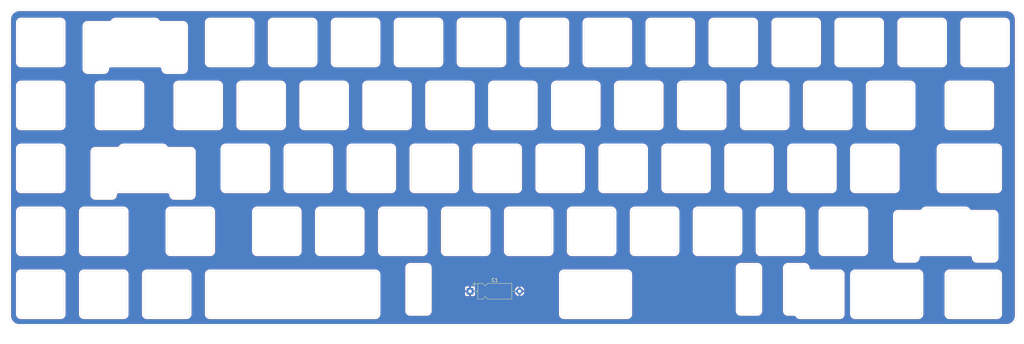
<source format=kicad_pcb>
(kicad_pcb (version 20171130) (host pcbnew "(5.1.5-0-10_14)")
  (layers (0 F.Cu signal) (31 B.Cu signal) (34 B.Paste user) (35 F.Paste user) (36 B.SilkS user) (37 F.SilkS user) (38 B.Mask user) (39 F.Mask user) (44 Edge.Cuts user))
  (net 0 "")
  (net 1 GND)
  (module Capacitor_THT:CP_Axial_L10.0mm_D4.5mm_P15.00mm_Horizontal (layer F.Cu) (at 284.48 255.778)
    (fp_text reference C1 (at 7.5 -3.37) (layer F.SilkS))
    (fp_text value C)
    (pad 2 thru_hole oval (at 15 0) (size 2 2) (drill 1) (layers *.Cu *.Mask) (net 1 GND))
    (pad 1 thru_hole rect (at 0 0) (size 2 2) (drill 1) (layers *.Cu *.Mask) (net 1 GND))
  )
  (gr_line (start 379.69 248.698) (end 379.69 261.698) (angle 90) (layer Edge.Cuts) (width 0.05))
  (gr_line (start 385.69 247.698) (end 380.69 247.698) (angle 90) (layer Edge.Cuts) (width 0.05))
  (gr_line (start 396.334 249.698) (end 387.69 249.698) (angle 90) (layer Edge.Cuts) (width 0.05))
  (gr_line (start 397.334 262.698) (end 397.334 250.698) (angle 90) (layer Edge.Cuts) (width 0.05))
  (gr_line (start 384.334 263.698) (end 396.334 263.698) (angle 90) (layer Edge.Cuts) (width 0.05))
  (gr_line (start 380.69 262.698) (end 382.602 262.698) (angle 90) (layer Edge.Cuts) (width 0.05))
  (gr_line (start 246.315 192.548) (end 234.315 192.548) (angle 90) (layer Edge.Cuts) (width 0.05))
  (gr_line (start 247.315 205.548) (end 247.315 193.548) (angle 90) (layer Edge.Cuts) (width 0.05))
  (gr_line (start 234.315 206.548) (end 246.315 206.548) (angle 90) (layer Edge.Cuts) (width 0.05))
  (gr_line (start 233.315 193.548) (end 233.315 205.548) (angle 90) (layer Edge.Cuts) (width 0.05))
  (gr_line (start 356.853 224.598) (end 356.853 212.598) (angle 90) (layer Edge.Cuts) (width 0.05))
  (gr_line (start 343.853 225.598) (end 355.852 225.598) (angle 90) (layer Edge.Cuts) (width 0.05))
  (gr_line (start 342.853 212.598) (end 342.853 224.598) (angle 90) (layer Edge.Cuts) (width 0.05))
  (gr_line (start 355.853 211.598) (end 343.853 211.598) (angle 90) (layer Edge.Cuts) (width 0.05))
  (gr_line (start 147.59 250.698) (end 147.59 262.698) (angle 90) (layer Edge.Cuts) (width 0.05))
  (gr_line (start 160.59 249.698) (end 148.59 249.698) (angle 90) (layer Edge.Cuts) (width 0.05))
  (gr_line (start 161.59 262.698) (end 161.59 250.698) (angle 90) (layer Edge.Cuts) (width 0.05))
  (gr_line (start 148.59 263.698) (end 160.59 263.698) (angle 90) (layer Edge.Cuts) (width 0.05))
  (gr_line (start 324.803 225.598) (end 336.803 225.598) (angle 90) (layer Edge.Cuts) (width 0.05))
  (gr_line (start 323.803 212.598) (end 323.803 224.598) (angle 90) (layer Edge.Cuts) (width 0.05))
  (gr_line (start 336.803 211.598) (end 324.803 211.598) (angle 90) (layer Edge.Cuts) (width 0.05))
  (gr_line (start 337.803 224.598) (end 337.803 212.598) (angle 90) (layer Edge.Cuts) (width 0.05))
  (gr_line (start 380.665 205.548) (end 380.665 193.548) (angle 90) (layer Edge.Cuts) (width 0.05))
  (gr_line (start 367.665 206.548) (end 379.665 206.548) (angle 90) (layer Edge.Cuts) (width 0.05))
  (gr_line (start 366.665 193.548) (end 366.665 205.548) (angle 90) (layer Edge.Cuts) (width 0.05))
  (gr_line (start 379.665 192.548) (end 367.665 192.548) (angle 90) (layer Edge.Cuts) (width 0.05))
  (gr_line (start 248.602 225.598) (end 260.603 225.598) (angle 90) (layer Edge.Cuts) (width 0.05))
  (gr_line (start 247.602 212.598) (end 247.602 224.598) (angle 90) (layer Edge.Cuts) (width 0.05))
  (gr_line (start 260.603 211.598) (end 248.602 211.598) (angle 90) (layer Edge.Cuts) (width 0.05))
  (gr_line (start 319.04 174.498) (end 319.04 186.498) (angle 90) (layer Edge.Cuts) (width 0.05))
  (gr_line (start 332.04 173.498) (end 320.04 173.498) (angle 90) (layer Edge.Cuts) (width 0.05))
  (gr_line (start 333.04 186.498) (end 333.04 174.498) (angle 90) (layer Edge.Cuts) (width 0.05))
  (gr_line (start 320.04 187.498) (end 332.04 187.498) (angle 90) (layer Edge.Cuts) (width 0.05))
  (gr_line (start 434.34 187.498) (end 446.34 187.498) (angle 90) (layer Edge.Cuts) (width 0.05))
  (gr_line (start 415.29 187.498) (end 427.29 187.498) (angle 90) (layer Edge.Cuts) (width 0.05))
  (gr_line (start 414.29 174.498) (end 414.29 186.498) (angle 90) (layer Edge.Cuts) (width 0.05))
  (gr_line (start 427.29 173.498) (end 415.29 173.498) (angle 90) (layer Edge.Cuts) (width 0.05))
  (gr_line (start 366.396 262.698) (end 371.396 262.698) (angle 90) (layer Edge.Cuts) (width 0.05))
  (gr_line (start 365.396 248.698) (end 365.396 261.698) (angle 90) (layer Edge.Cuts) (width 0.05))
  (gr_line (start 371.396 247.698) (end 366.396 247.698) (angle 90) (layer Edge.Cuts) (width 0.05))
  (gr_line (start 372.396 261.698) (end 372.396 248.698) (angle 90) (layer Edge.Cuts) (width 0.05))
  (gr_line (start 348.615 206.548) (end 360.615 206.548) (angle 90) (layer Edge.Cuts) (width 0.05))
  (gr_line (start 347.615 193.548) (end 347.615 205.548) (angle 90) (layer Edge.Cuts) (width 0.05))
  (gr_line (start 360.615 192.548) (end 348.615 192.548) (angle 90) (layer Edge.Cuts) (width 0.05))
  (gr_line (start 361.615 205.548) (end 361.615 193.548) (angle 90) (layer Edge.Cuts) (width 0.05))
  (gr_line (start 366.377 243.648) (end 366.377 231.648) (angle 90) (layer Edge.Cuts) (width 0.05))
  (gr_line (start 353.378 244.648) (end 365.377 244.648) (angle 90) (layer Edge.Cuts) (width 0.05))
  (gr_line (start 352.377 231.648) (end 352.378 243.648) (angle 90) (layer Edge.Cuts) (width 0.05))
  (gr_line (start 443.959 211.598) (end 427.196 211.598) (angle 90) (layer Edge.Cuts) (width 0.05))
  (gr_line (start 444.959 224.598) (end 444.959 212.598) (angle 90) (layer Edge.Cuts) (width 0.05))
  (gr_line (start 427.196 225.598) (end 443.959 225.598) (angle 90) (layer Edge.Cuts) (width 0.05))
  (gr_line (start 313.99 186.498) (end 313.99 174.498) (angle 90) (layer Edge.Cuts) (width 0.05))
  (gr_line (start 300.99 187.498) (end 312.99 187.498) (angle 90) (layer Edge.Cuts) (width 0.05))
  (gr_line (start 299.99 174.498) (end 299.99 186.498) (angle 90) (layer Edge.Cuts) (width 0.05))
  (gr_line (start 312.99 173.498) (end 300.99 173.498) (angle 90) (layer Edge.Cuts) (width 0.05))
  (gr_line (start 237.79 186.498) (end 237.79 174.498) (angle 90) (layer Edge.Cuts) (width 0.05))
  (gr_line (start 224.79 187.498) (end 236.79 187.498) (angle 90) (layer Edge.Cuts) (width 0.05))
  (gr_line (start 223.79 174.498) (end 223.79 186.498) (angle 90) (layer Edge.Cuts) (width 0.05))
  (gr_line (start 236.79 173.498) (end 224.79 173.498) (angle 90) (layer Edge.Cuts) (width 0.05))
  (gr_line (start 192.834 231.648) (end 192.834 243.648) (angle 90) (layer Edge.Cuts) (width 0.05))
  (gr_line (start 205.834 230.648) (end 193.834 230.648) (angle 90) (layer Edge.Cuts) (width 0.05))
  (gr_line (start 206.834 243.648) (end 206.834 231.648) (angle 90) (layer Edge.Cuts) (width 0.05))
  (gr_line (start 193.834 244.648) (end 205.834 244.648) (angle 90) (layer Edge.Cuts) (width 0.05))
  (gr_line (start 271.39 247.698) (end 266.39 247.698) (angle 90) (layer Edge.Cuts) (width 0.05))
  (gr_line (start 272.39 261.698) (end 272.39 248.698) (angle 90) (layer Edge.Cuts) (width 0.05))
  (gr_line (start 342.565 205.548) (end 342.565 193.548) (angle 90) (layer Edge.Cuts) (width 0.05))
  (gr_line (start 148.59 187.498) (end 160.59 187.498) (angle 90) (layer Edge.Cuts) (width 0.05))
  (gr_line (start 148.59 206.548) (end 160.59 206.548) (angle 90) (layer Edge.Cuts) (width 0.05))
  (gr_line (start 147.59 193.548) (end 147.59 205.548) (angle 90) (layer Edge.Cuts) (width 0.05))
  (gr_line (start 160.59 192.548) (end 148.59 192.548) (angle 90) (layer Edge.Cuts) (width 0.05))
  (gr_line (start 185.403 205.548) (end 185.403 193.548) (angle 90) (layer Edge.Cuts) (width 0.05))
  (gr_line (start 172.403 206.548) (end 184.403 206.548) (angle 90) (layer Edge.Cuts) (width 0.05))
  (gr_line (start 171.403 193.548) (end 171.403 205.548) (angle 90) (layer Edge.Cuts) (width 0.05))
  (gr_line (start 184.403 192.548) (end 172.403 192.548) (angle 90) (layer Edge.Cuts) (width 0.05))
  (gr_line (start 404.478 243.648) (end 404.478 231.648) (angle 90) (layer Edge.Cuts) (width 0.05))
  (gr_line (start 391.478 244.648) (end 403.478 244.648) (angle 90) (layer Edge.Cuts) (width 0.05))
  (gr_line (start 390.478 231.648) (end 390.478 243.648) (angle 90) (layer Edge.Cuts) (width 0.05))
  (gr_line (start 403.478 230.648) (end 391.478 230.648) (angle 90) (layer Edge.Cuts) (width 0.05))
  (gr_line (start 209.502 212.598) (end 209.502 224.598) (angle 90) (layer Edge.Cuts) (width 0.05))
  (gr_line (start 381.952 225.598) (end 393.952 225.598) (angle 90) (layer Edge.Cuts) (width 0.05))
  (gr_line (start 380.952 212.598) (end 380.952 224.598) (angle 90) (layer Edge.Cuts) (width 0.05))
  (gr_line (start 393.952 211.598) (end 381.952 211.598) (angle 90) (layer Edge.Cuts) (width 0.05))
  (gr_line (start 394.952 224.598) (end 394.952 212.598) (angle 90) (layer Edge.Cuts) (width 0.05))
  (gr_line (start 290.465 193.548) (end 290.465 205.548) (angle 90) (layer Edge.Cuts) (width 0.05))
  (gr_line (start 303.465 192.548) (end 291.465 192.548) (angle 90) (layer Edge.Cuts) (width 0.05))
  (gr_line (start 304.465 205.548) (end 304.465 193.548) (angle 90) (layer Edge.Cuts) (width 0.05))
  (gr_line (start 291.465 206.548) (end 303.465 206.548) (angle 90) (layer Edge.Cuts) (width 0.05))
  (gr_line (start 228.553 212.598) (end 228.553 224.598) (angle 90) (layer Edge.Cuts) (width 0.05))
  (gr_line (start 241.553 211.598) (end 229.553 211.598) (angle 90) (layer Edge.Cuts) (width 0.05))
  (gr_line (start 242.553 224.598) (end 242.552 212.598) (angle 90) (layer Edge.Cuts) (width 0.05))
  (gr_line (start 229.553 225.598) (end 241.553 225.598) (angle 90) (layer Edge.Cuts) (width 0.05))
  (gr_line (start 399.715 205.548) (end 399.715 193.548) (angle 90) (layer Edge.Cuts) (width 0.05))
  (gr_line (start 386.715 206.548) (end 398.715 206.548) (angle 90) (layer Edge.Cuts) (width 0.05))
  (gr_line (start 385.715 193.548) (end 385.715 205.548) (angle 90) (layer Edge.Cuts) (width 0.05))
  (gr_line (start 198.69 249.698) (end 186.69 249.698) (angle 90) (layer Edge.Cuts) (width 0.05))
  (gr_line (start 199.69 262.698) (end 199.69 250.698) (angle 90) (layer Edge.Cuts) (width 0.05))
  (gr_line (start 186.69 263.698) (end 198.69 263.698) (angle 90) (layer Edge.Cuts) (width 0.05))
  (gr_line (start 352.09 186.498) (end 352.09 174.498) (angle 90) (layer Edge.Cuts) (width 0.05))
  (gr_line (start 339.09 187.498) (end 351.09 187.498) (angle 90) (layer Edge.Cuts) (width 0.05))
  (gr_line (start 338.09 174.498) (end 338.09 186.498) (angle 90) (layer Edge.Cuts) (width 0.05))
  (gr_line (start 266.365 205.548) (end 266.365 193.548) (angle 90) (layer Edge.Cuts) (width 0.05))
  (gr_line (start 253.365 206.548) (end 265.365 206.548) (angle 90) (layer Edge.Cuts) (width 0.05))
  (gr_line (start 252.365 193.548) (end 252.365 205.548) (angle 90) (layer Edge.Cuts) (width 0.05))
  (gr_line (start 148.59 244.648) (end 160.59 244.648) (angle 90) (layer Edge.Cuts) (width 0.05))
  (gr_line (start 147.59 231.648) (end 147.59 243.648) (angle 90) (layer Edge.Cuts) (width 0.05))
  (gr_line (start 285.415 205.548) (end 285.415 193.548) (angle 90) (layer Edge.Cuts) (width 0.05))
  (gr_line (start 272.415 206.548) (end 284.415 206.548) (angle 90) (layer Edge.Cuts) (width 0.05))
  (gr_line (start 219.028 231.648) (end 219.028 243.648) (angle 90) (layer Edge.Cuts) (width 0.05))
  (gr_line (start 444.959 262.698) (end 444.959 250.698) (angle 90) (layer Edge.Cuts) (width 0.05))
  (gr_line (start 429.577 263.698) (end 443.959 263.698) (angle 90) (layer Edge.Cuts) (width 0.05))
  (gr_line (start 428.577 250.698) (end 428.577 262.698) (angle 90) (layer Edge.Cuts) (width 0.05))
  (gr_line (start 266.653 212.598) (end 266.653 224.598) (angle 90) (layer Edge.Cuts) (width 0.05))
  (gr_line (start 279.653 211.598) (end 267.653 211.598) (angle 90) (layer Edge.Cuts) (width 0.05))
  (gr_line (start 280.653 224.598) (end 280.653 212.598) (angle 90) (layer Edge.Cuts) (width 0.05))
  (gr_line (start 267.653 225.598) (end 279.653 225.598) (angle 90) (layer Edge.Cuts) (width 0.05))
  (gr_line (start 161.59 224.598) (end 161.59 212.598) (angle 90) (layer Edge.Cuts) (width 0.05))
  (gr_line (start 148.59 225.598) (end 160.59 225.598) (angle 90) (layer Edge.Cuts) (width 0.05))
  (gr_line (start 147.59 212.598) (end 147.59 224.598) (angle 90) (layer Edge.Cuts) (width 0.05))
  (gr_line (start 413.996 246.648) (end 418.996 246.648) (angle 90) (layer Edge.Cuts) (width 0.05))
  (gr_line (start 412.996 232.648) (end 412.996 245.648) (angle 90) (layer Edge.Cuts) (width 0.05))
  (gr_line (start 420.702 231.648) (end 413.996 231.648) (angle 90) (layer Edge.Cuts) (width 0.05))
  (gr_line (start 434.434 230.648) (end 422.434 230.648) (angle 90) (layer Edge.Cuts) (width 0.05))
  (gr_line (start 442.872 231.648) (end 436.166 231.648) (angle 90) (layer Edge.Cuts) (width 0.05))
  (gr_line (start 443.872 245.648) (end 443.872 232.648) (angle 90) (layer Edge.Cuts) (width 0.05))
  (gr_line (start 437.872 246.648) (end 442.872 246.648) (angle 90) (layer Edge.Cuts) (width 0.05))
  (gr_line (start 167.64 263.698) (end 179.64 263.698) (angle 90) (layer Edge.Cuts) (width 0.05))
  (gr_line (start 166.64 250.698) (end 166.64 262.698) (angle 90) (layer Edge.Cuts) (width 0.05))
  (gr_line (start 417.765 192.548) (end 405.765 192.548) (angle 90) (layer Edge.Cuts) (width 0.05))
  (gr_line (start 442.577 205.548) (end 442.577 193.548) (angle 90) (layer Edge.Cuts) (width 0.05))
  (gr_line (start 429.577 206.548) (end 441.577 206.548) (angle 90) (layer Edge.Cuts) (width 0.05))
  (gr_line (start 265.365 192.548) (end 253.365 192.548) (angle 90) (layer Edge.Cuts) (width 0.05))
  (gr_line (start 310.515 206.548) (end 322.515 206.548) (angle 90) (layer Edge.Cuts) (width 0.05))
  (gr_line (start 309.515 193.548) (end 309.515 205.548) (angle 90) (layer Edge.Cuts) (width 0.05))
  (gr_line (start 322.515 192.548) (end 310.515 192.548) (angle 90) (layer Edge.Cuts) (width 0.05))
  (gr_line (start 323.515 205.548) (end 323.515 193.548) (angle 90) (layer Edge.Cuts) (width 0.05))
  (gr_line (start 329.565 206.548) (end 341.565 206.548) (angle 90) (layer Edge.Cuts) (width 0.05))
  (gr_line (start 328.565 193.548) (end 328.565 205.548) (angle 90) (layer Edge.Cuts) (width 0.05))
  (gr_line (start 341.565 192.548) (end 329.565 192.548) (angle 90) (layer Edge.Cuts) (width 0.05))
  (gr_line (start 271.415 193.548) (end 271.415 205.548) (angle 90) (layer Edge.Cuts) (width 0.05))
  (gr_line (start 284.415 192.548) (end 272.415 192.548) (angle 90) (layer Edge.Cuts) (width 0.05))
  (gr_line (start 428.577 193.548) (end 428.577 205.548) (angle 90) (layer Edge.Cuts) (width 0.05))
  (gr_line (start 441.577 192.548) (end 429.577 192.548) (angle 90) (layer Edge.Cuts) (width 0.05))
  (gr_line (start 362.902 225.598) (end 374.902 225.598) (angle 90) (layer Edge.Cuts) (width 0.05))
  (gr_line (start 167.727 175.498) (end 167.727 188.498) (angle 90) (layer Edge.Cuts) (width 0.05))
  (gr_line (start 175.433 174.498) (end 168.727 174.498) (angle 90) (layer Edge.Cuts) (width 0.05))
  (gr_line (start 179.64 230.648) (end 167.64 230.648) (angle 90) (layer Edge.Cuts) (width 0.05))
  (gr_line (start 180.64 243.648) (end 180.64 231.648) (angle 90) (layer Edge.Cuts) (width 0.05))
  (gr_line (start 167.64 244.648) (end 179.64 244.648) (angle 90) (layer Edge.Cuts) (width 0.05))
  (gr_line (start 160.59 211.598) (end 148.59 211.598) (angle 90) (layer Edge.Cuts) (width 0.05))
  (gr_line (start 228.265 205.548) (end 228.265 193.548) (angle 90) (layer Edge.Cuts) (width 0.05))
  (gr_line (start 215.265 206.548) (end 227.265 206.548) (angle 90) (layer Edge.Cuts) (width 0.05))
  (gr_line (start 214.265 193.548) (end 214.265 205.548) (angle 90) (layer Edge.Cuts) (width 0.05))
  (gr_line (start 227.265 192.548) (end 215.265 192.548) (angle 90) (layer Edge.Cuts) (width 0.05))
  (gr_line (start 389.19 173.498) (end 377.19 173.498) (angle 90) (layer Edge.Cuts) (width 0.05))
  (gr_line (start 390.19 186.498) (end 390.19 174.498) (angle 90) (layer Edge.Cuts) (width 0.05))
  (gr_line (start 377.19 187.498) (end 389.19 187.498) (angle 90) (layer Edge.Cuts) (width 0.05))
  (gr_line (start 376.19 174.498) (end 376.19 186.498) (angle 90) (layer Edge.Cuts) (width 0.05))
  (gr_line (start 365.377 230.648) (end 353.377 230.648) (angle 90) (layer Edge.Cuts) (width 0.05))
  (gr_line (start 232.028 230.648) (end 220.028 230.648) (angle 90) (layer Edge.Cuts) (width 0.05))
  (gr_line (start 233.028 243.648) (end 233.028 231.648) (angle 90) (layer Edge.Cuts) (width 0.05))
  (gr_line (start 220.028 244.648) (end 232.028 244.648) (angle 90) (layer Edge.Cuts) (width 0.05))
  (gr_line (start 255.84 249.698) (end 205.74 249.698) (angle 90) (layer Edge.Cuts) (width 0.05))
  (gr_line (start 256.84 262.698) (end 256.84 250.698) (angle 90) (layer Edge.Cuts) (width 0.05))
  (gr_line (start 205.74 263.698) (end 255.84 263.698) (angle 90) (layer Edge.Cuts) (width 0.05))
  (gr_line (start 204.74 250.698) (end 204.74 262.698) (angle 90) (layer Edge.Cuts) (width 0.05))
  (gr_line (start 161.59 205.548) (end 161.59 193.548) (angle 90) (layer Edge.Cuts) (width 0.05))
  (gr_line (start 398.715 192.548) (end 386.715 192.548) (angle 90) (layer Edge.Cuts) (width 0.05))
  (gr_line (start 385.428 243.648) (end 385.428 231.648) (angle 90) (layer Edge.Cuts) (width 0.05))
  (gr_line (start 372.428 244.648) (end 384.428 244.648) (angle 90) (layer Edge.Cuts) (width 0.05))
  (gr_line (start 371.428 231.648) (end 371.428 243.648) (angle 90) (layer Edge.Cuts) (width 0.05))
  (gr_line (start 179.64 249.698) (end 167.64 249.698) (angle 90) (layer Edge.Cuts) (width 0.05))
  (gr_line (start 180.64 262.698) (end 180.64 250.698) (angle 90) (layer Edge.Cuts) (width 0.05))
  (gr_line (start 347.327 243.648) (end 347.327 231.648) (angle 90) (layer Edge.Cuts) (width 0.05))
  (gr_line (start 334.327 244.648) (end 346.327 244.648) (angle 90) (layer Edge.Cuts) (width 0.05))
  (gr_line (start 333.327 231.648) (end 333.327 243.648) (angle 90) (layer Edge.Cuts) (width 0.05))
  (gr_line (start 262.89 187.498) (end 274.89 187.498) (angle 90) (layer Edge.Cuts) (width 0.05))
  (gr_line (start 261.89 174.498) (end 261.89 186.498) (angle 90) (layer Edge.Cuts) (width 0.05))
  (gr_line (start 274.89 173.498) (end 262.89 173.498) (angle 90) (layer Edge.Cuts) (width 0.05))
  (gr_line (start 275.89 186.498) (end 275.89 174.498) (angle 90) (layer Edge.Cuts) (width 0.05))
  (gr_line (start 314.277 231.648) (end 314.277 243.648) (angle 90) (layer Edge.Cuts) (width 0.05))
  (gr_line (start 327.277 230.648) (end 315.277 230.648) (angle 90) (layer Edge.Cuts) (width 0.05))
  (gr_line (start 328.277 243.648) (end 328.277 231.648) (angle 90) (layer Edge.Cuts) (width 0.05))
  (gr_line (start 315.277 244.648) (end 327.277 244.648) (angle 90) (layer Edge.Cuts) (width 0.05))
  (gr_line (start 277.178 244.648) (end 289.178 244.648) (angle 90) (layer Edge.Cuts) (width 0.05))
  (gr_line (start 276.178 231.648) (end 276.178 243.648) (angle 90) (layer Edge.Cuts) (width 0.05))
  (gr_line (start 289.178 230.648) (end 277.178 230.648) (angle 90) (layer Edge.Cuts) (width 0.05))
  (gr_line (start 290.178 243.648) (end 290.178 231.648) (angle 90) (layer Edge.Cuts) (width 0.05))
  (gr_line (start 270.128 230.648) (end 258.127 230.648) (angle 90) (layer Edge.Cuts) (width 0.05))
  (gr_line (start 271.127 243.648) (end 271.128 231.648) (angle 90) (layer Edge.Cuts) (width 0.05))
  (gr_line (start 258.127 244.648) (end 270.127 244.648) (angle 90) (layer Edge.Cuts) (width 0.05))
  (gr_line (start 257.127 231.648) (end 257.127 243.648) (angle 90) (layer Edge.Cuts) (width 0.05))
  (gr_line (start 295.228 231.648) (end 295.228 243.648) (angle 90) (layer Edge.Cuts) (width 0.05))
  (gr_line (start 308.227 230.648) (end 296.228 230.648) (angle 90) (layer Edge.Cuts) (width 0.05))
  (gr_line (start 309.228 243.648) (end 309.228 231.648) (angle 90) (layer Edge.Cuts) (width 0.05))
  (gr_line (start 346.327 230.648) (end 334.327 230.648) (angle 90) (layer Edge.Cuts) (width 0.05))
  (gr_line (start 420.996 244.648) (end 435.872 244.648) (angle 90) (layer Edge.Cuts) (width 0.05))
  (gr_line (start 243.84 187.498) (end 255.84 187.498) (angle 90) (layer Edge.Cuts) (width 0.05))
  (gr_line (start 242.84 174.498) (end 242.84 186.498) (angle 90) (layer Edge.Cuts) (width 0.05))
  (gr_line (start 255.84 173.498) (end 243.84 173.498) (angle 90) (layer Edge.Cuts) (width 0.05))
  (gr_line (start 195.215 193.548) (end 195.215 205.548) (angle 90) (layer Edge.Cuts) (width 0.05))
  (gr_line (start 208.215 192.548) (end 196.215 192.548) (angle 90) (layer Edge.Cuts) (width 0.05))
  (gr_line (start 209.215 205.548) (end 209.215 193.548) (angle 90) (layer Edge.Cuts) (width 0.05))
  (gr_line (start 196.215 206.548) (end 208.215 206.548) (angle 90) (layer Edge.Cuts) (width 0.05))
  (gr_line (start 351.09 173.498) (end 339.09 173.498) (angle 90) (layer Edge.Cuts) (width 0.05))
  (gr_line (start 205.74 187.498) (end 217.74 187.498) (angle 90) (layer Edge.Cuts) (width 0.05))
  (gr_line (start 204.74 174.498) (end 204.74 186.498) (angle 90) (layer Edge.Cuts) (width 0.05))
  (gr_line (start 361.902 212.598) (end 361.902 224.598) (angle 90) (layer Edge.Cuts) (width 0.05))
  (gr_line (start 374.902 211.598) (end 362.902 211.598) (angle 90) (layer Edge.Cuts) (width 0.05))
  (gr_line (start 375.902 224.598) (end 375.902 212.598) (angle 90) (layer Edge.Cuts) (width 0.05))
  (gr_line (start 238.077 231.648) (end 238.077 243.648) (angle 90) (layer Edge.Cuts) (width 0.05))
  (gr_line (start 251.077 230.648) (end 239.077 230.648) (angle 90) (layer Edge.Cuts) (width 0.05))
  (gr_line (start 252.077 243.648) (end 252.077 231.648) (angle 90) (layer Edge.Cuts) (width 0.05))
  (gr_line (start 239.077 244.648) (end 251.077 244.648) (angle 90) (layer Edge.Cuts) (width 0.05))
  (gr_line (start 189.165 173.498) (end 177.165 173.498) (angle 90) (layer Edge.Cuts) (width 0.05))
  (gr_line (start 197.603 174.498) (end 190.897 174.498) (angle 90) (layer Edge.Cuts) (width 0.05))
  (gr_line (start 198.603 188.498) (end 198.603 175.498) (angle 90) (layer Edge.Cuts) (width 0.05))
  (gr_line (start 161.59 243.648) (end 161.59 231.648) (angle 90) (layer Edge.Cuts) (width 0.05))
  (gr_line (start 304.752 212.598) (end 304.752 224.598) (angle 90) (layer Edge.Cuts) (width 0.05))
  (gr_line (start 317.752 211.598) (end 305.752 211.598) (angle 90) (layer Edge.Cuts) (width 0.05))
  (gr_line (start 318.752 224.598) (end 318.752 212.598) (angle 90) (layer Edge.Cuts) (width 0.05))
  (gr_line (start 305.752 225.598) (end 317.752 225.598) (angle 90) (layer Edge.Cuts) (width 0.05))
  (gr_line (start 285.702 212.598) (end 285.702 224.598) (angle 90) (layer Edge.Cuts) (width 0.05))
  (gr_line (start 298.702 211.598) (end 286.702 211.598) (angle 90) (layer Edge.Cuts) (width 0.05))
  (gr_line (start 420.146 249.698) (end 401.002 249.698) (angle 90) (layer Edge.Cuts) (width 0.05))
  (gr_line (start 421.146 262.698) (end 421.146 250.698) (angle 90) (layer Edge.Cuts) (width 0.05))
  (gr_line (start 401.002 263.698) (end 420.146 263.698) (angle 90) (layer Edge.Cuts) (width 0.05))
  (gr_line (start 400.002 250.698) (end 400.002 262.698) (angle 90) (layer Edge.Cuts) (width 0.05))
  (gr_line (start 191.546 211.598) (end 179.546 211.598) (angle 90) (layer Edge.Cuts) (width 0.05))
  (gr_line (start 199.984 212.598) (end 193.278 212.598) (angle 90) (layer Edge.Cuts) (width 0.05))
  (gr_line (start 357.14 174.498) (end 357.14 186.498) (angle 90) (layer Edge.Cuts) (width 0.05))
  (gr_line (start 370.14 173.498) (end 358.14 173.498) (angle 90) (layer Edge.Cuts) (width 0.05))
  (gr_line (start 371.14 186.498) (end 371.14 174.498) (angle 90) (layer Edge.Cuts) (width 0.05))
  (gr_line (start 358.14 187.498) (end 370.14 187.498) (angle 90) (layer Edge.Cuts) (width 0.05))
  (gr_line (start 408.24 173.498) (end 396.24 173.498) (angle 90) (layer Edge.Cuts) (width 0.05))
  (gr_line (start 333.04 262.698) (end 333.04 250.698) (angle 90) (layer Edge.Cuts) (width 0.05))
  (gr_line (start 312.896 263.698) (end 332.04 263.698) (angle 90) (layer Edge.Cuts) (width 0.05))
  (gr_line (start 311.896 250.698) (end 311.896 262.698) (angle 90) (layer Edge.Cuts) (width 0.05))
  (gr_line (start 332.04 249.698) (end 312.896 249.698) (angle 90) (layer Edge.Cuts) (width 0.05))
  (gr_line (start 296.228 244.648) (end 308.228 244.648) (angle 90) (layer Edge.Cuts) (width 0.05))
  (gr_line (start 166.64 231.648) (end 166.64 243.648) (angle 90) (layer Edge.Cuts) (width 0.05))
  (gr_line (start 217.74 173.498) (end 205.74 173.498) (angle 90) (layer Edge.Cuts) (width 0.05))
  (gr_line (start 218.74 186.498) (end 218.74 174.498) (angle 90) (layer Edge.Cuts) (width 0.05))
  (gr_line (start 145.065 173.498) (end 145.065 263.223) (angle 90) (layer Edge.Cuts) (width 0.05))
  (gr_line (start 446.865 266.223) (end 148.065 266.223) (angle 90) (layer Edge.Cuts) (width 0.05))
  (gr_line (start 449.865 173.498) (end 449.865 263.223) (angle 90) (layer Edge.Cuts) (width 0.05))
  (gr_line (start 148.065 170.498) (end 446.865 170.498) (angle 90) (layer Edge.Cuts) (width 0.05))
  (gr_line (start 200.984 226.598) (end 200.984 213.598) (angle 90) (layer Edge.Cuts) (width 0.05))
  (gr_line (start 194.984 227.598) (end 199.984 227.598) (angle 90) (layer Edge.Cuts) (width 0.05))
  (gr_line (start 178.108 225.598) (end 192.984 225.598) (angle 90) (layer Edge.Cuts) (width 0.05))
  (gr_line (start 171.108 227.598) (end 176.108 227.598) (angle 90) (layer Edge.Cuts) (width 0.05))
  (gr_line (start 170.108 213.598) (end 170.108 226.598) (angle 90) (layer Edge.Cuts) (width 0.05))
  (gr_line (start 177.814 212.598) (end 171.108 212.598) (angle 90) (layer Edge.Cuts) (width 0.05))
  (gr_line (start 161.59 186.498) (end 161.59 174.498) (angle 90) (layer Edge.Cuts) (width 0.05))
  (gr_line (start 160.59 173.498) (end 148.59 173.498) (angle 90) (layer Edge.Cuts) (width 0.05))
  (gr_line (start 413.002 211.598) (end 401.002 211.598) (angle 90) (layer Edge.Cuts) (width 0.05))
  (gr_line (start 414.002 224.598) (end 414.002 212.598) (angle 90) (layer Edge.Cuts) (width 0.05))
  (gr_line (start 401.002 225.598) (end 413.002 225.598) (angle 90) (layer Edge.Cuts) (width 0.05))
  (gr_line (start 384.428 230.648) (end 372.428 230.648) (angle 90) (layer Edge.Cuts) (width 0.05))
  (gr_line (start 261.603 224.598) (end 261.603 212.598) (angle 90) (layer Edge.Cuts) (width 0.05))
  (gr_line (start 447.34 186.498) (end 447.34 174.498) (angle 90) (layer Edge.Cuts) (width 0.05))
  (gr_line (start 299.702 224.598) (end 299.702 212.598) (angle 90) (layer Edge.Cuts) (width 0.05))
  (gr_line (start 175.727 187.498) (end 190.603 187.498) (angle 90) (layer Edge.Cuts) (width 0.05))
  (gr_line (start 168.727 189.498) (end 173.727 189.498) (angle 90) (layer Edge.Cuts) (width 0.05))
  (gr_line (start 222.502 211.598) (end 210.502 211.598) (angle 90) (layer Edge.Cuts) (width 0.05))
  (gr_line (start 223.502 224.598) (end 223.502 212.598) (angle 90) (layer Edge.Cuts) (width 0.05))
  (gr_line (start 210.502 225.598) (end 222.502 225.598) (angle 90) (layer Edge.Cuts) (width 0.05))
  (gr_line (start 428.29 186.498) (end 428.29 174.498) (angle 90) (layer Edge.Cuts) (width 0.05))
  (gr_line (start 185.69 250.698) (end 185.69 262.698) (angle 90) (layer Edge.Cuts) (width 0.05))
  (gr_line (start 409.24 186.498) (end 409.24 174.498) (angle 90) (layer Edge.Cuts) (width 0.05))
  (gr_line (start 294.94 186.498) (end 294.94 174.498) (angle 90) (layer Edge.Cuts) (width 0.05))
  (gr_line (start 281.94 187.498) (end 293.94 187.498) (angle 90) (layer Edge.Cuts) (width 0.05))
  (gr_line (start 280.94 174.498) (end 280.94 186.498) (angle 90) (layer Edge.Cuts) (width 0.05))
  (gr_line (start 293.94 173.498) (end 281.94 173.498) (angle 90) (layer Edge.Cuts) (width 0.05))
  (gr_line (start 286.702 225.598) (end 298.702 225.598) (angle 90) (layer Edge.Cuts) (width 0.05))
  (gr_line (start 433.34 174.498) (end 433.34 186.498) (angle 90) (layer Edge.Cuts) (width 0.05))
  (gr_line (start 446.34 173.498) (end 434.34 173.498) (angle 90) (layer Edge.Cuts) (width 0.05))
  (gr_line (start 192.603 189.498) (end 197.603 189.498) (angle 90) (layer Edge.Cuts) (width 0.05))
  (gr_line (start 396.24 187.498) (end 408.24 187.498) (angle 90) (layer Edge.Cuts) (width 0.05))
  (gr_line (start 395.24 174.498) (end 395.24 186.498) (angle 90) (layer Edge.Cuts) (width 0.05))
  (gr_line (start 256.84 186.498) (end 256.84 174.498) (angle 90) (layer Edge.Cuts) (width 0.05))
  (gr_line (start 400.002 212.598) (end 400.002 224.598) (angle 90) (layer Edge.Cuts) (width 0.05))
  (gr_line (start 418.765 205.548) (end 418.765 193.548) (angle 90) (layer Edge.Cuts) (width 0.05))
  (gr_line (start 405.765 206.548) (end 417.765 206.548) (angle 90) (layer Edge.Cuts) (width 0.05))
  (gr_line (start 404.765 193.548) (end 404.765 205.548) (angle 90) (layer Edge.Cuts) (width 0.05))
  (gr_line (start 426.196 212.598) (end 426.196 224.598) (angle 90) (layer Edge.Cuts) (width 0.05))
  (gr_line (start 266.39 262.698) (end 271.39 262.698) (angle 90) (layer Edge.Cuts) (width 0.05))
  (gr_line (start 265.39 248.698) (end 265.39 261.698) (angle 90) (layer Edge.Cuts) (width 0.05))
  (gr_line (start 443.959 249.698) (end 429.577 249.698) (angle 90) (layer Edge.Cuts) (width 0.05))
  (gr_line (start 160.59 230.648) (end 148.59 230.648) (angle 90) (layer Edge.Cuts) (width 0.05))
  (gr_line (start 147.59 174.498) (end 147.59 186.498) (angle 90) (layer Edge.Cuts) (width 0.05))
  (gr_arc (start 380.69 248.698) (end 380.69 247.698) (angle -90) (layer Edge.Cuts) (width 0.05))
  (gr_arc (start 385.69 248.698) (end 386.69 248.698) (angle -90) (layer Edge.Cuts) (width 0.05))
  (gr_arc (start 387.69 248.698) (end 386.69 248.698) (angle -90) (layer Edge.Cuts) (width 0.05))
  (gr_arc (start 396.334 250.698) (end 397.334 250.698) (angle -90) (layer Edge.Cuts) (width 0.05))
  (gr_arc (start 396.334 262.698) (end 396.334 263.698) (angle -90) (layer Edge.Cuts) (width 0.05))
  (gr_arc (start 384.334 262.698) (end 383.468 263.198) (angle -60) (layer Edge.Cuts) (width 0.05))
  (gr_arc (start 382.602 263.698) (end 383.468 263.198) (angle -60) (layer Edge.Cuts) (width 0.05))
  (gr_arc (start 246.315 193.548) (end 247.315 193.548) (angle -90) (layer Edge.Cuts) (width 0.05))
  (gr_arc (start 246.315 205.548) (end 246.315 206.548) (angle -90) (layer Edge.Cuts) (width 0.05))
  (gr_arc (start 234.315 205.548) (end 233.315 205.548) (angle -90) (layer Edge.Cuts) (width 0.05))
  (gr_arc (start 234.315 193.548) (end 234.315 192.548) (angle -90) (layer Edge.Cuts) (width 0.05))
  (gr_arc (start 355.853 224.598) (end 355.852 225.598) (angle -90) (layer Edge.Cuts) (width 0.05))
  (gr_arc (start 343.853 224.598) (end 342.853 224.598) (angle -90) (layer Edge.Cuts) (width 0.05))
  (gr_arc (start 343.853 212.598) (end 343.853 211.598) (angle -90) (layer Edge.Cuts) (width 0.05))
  (gr_arc (start 355.853 212.598) (end 356.853 212.598) (angle -90) (layer Edge.Cuts) (width 0.05))
  (gr_arc (start 148.59 250.698) (end 148.59 249.698) (angle -90) (layer Edge.Cuts) (width 0.05))
  (gr_arc (start 160.59 250.698) (end 161.59 250.698) (angle -90) (layer Edge.Cuts) (width 0.05))
  (gr_arc (start 160.59 262.698) (end 160.59 263.698) (angle -90) (layer Edge.Cuts) (width 0.05))
  (gr_arc (start 148.59 262.698) (end 147.59 262.698) (angle -90) (layer Edge.Cuts) (width 0.05))
  (gr_arc (start 324.803 224.598) (end 323.803 224.598) (angle -90) (layer Edge.Cuts) (width 0.05))
  (gr_arc (start 324.803 212.598) (end 324.803 211.598) (angle -90) (layer Edge.Cuts) (width 0.05))
  (gr_arc (start 336.803 212.598) (end 337.803 212.598) (angle -90) (layer Edge.Cuts) (width 0.05))
  (gr_arc (start 336.803 224.598) (end 336.803 225.598) (angle -90) (layer Edge.Cuts) (width 0.05))
  (gr_arc (start 379.665 205.548) (end 379.665 206.548) (angle -90) (layer Edge.Cuts) (width 0.05))
  (gr_arc (start 367.665 205.548) (end 366.665 205.548) (angle -90) (layer Edge.Cuts) (width 0.05))
  (gr_arc (start 367.665 193.548) (end 367.665 192.548) (angle -90) (layer Edge.Cuts) (width 0.05))
  (gr_arc (start 260.603 224.598) (end 260.603 225.598) (angle -90) (layer Edge.Cuts) (width 0.05))
  (gr_arc (start 248.602 224.598) (end 247.602 224.598) (angle -90) (layer Edge.Cuts) (width 0.05))
  (gr_arc (start 248.602 212.598) (end 248.602 211.598) (angle -90) (layer Edge.Cuts) (width 0.05))
  (gr_arc (start 260.603 212.598) (end 261.603 212.598) (angle -90) (layer Edge.Cuts) (width 0.05))
  (gr_arc (start 320.04 174.498) (end 320.04 173.498) (angle -90) (layer Edge.Cuts) (width 0.05))
  (gr_arc (start 332.04 174.498) (end 333.04 174.498) (angle -90) (layer Edge.Cuts) (width 0.05))
  (gr_arc (start 332.04 186.498) (end 332.04 187.498) (angle -90) (layer Edge.Cuts) (width 0.05))
  (gr_arc (start 320.04 186.498) (end 319.04 186.498) (angle -90) (layer Edge.Cuts) (width 0.05))
  (gr_arc (start 160.59 174.498) (end 161.59 174.498) (angle -90) (layer Edge.Cuts) (width 0.05))
  (gr_arc (start 415.29 186.498) (end 414.29 186.498) (angle -90) (layer Edge.Cuts) (width 0.05))
  (gr_arc (start 415.29 174.498) (end 415.29 173.498) (angle -90) (layer Edge.Cuts) (width 0.05))
  (gr_arc (start 427.29 174.498) (end 428.29 174.498) (angle -90) (layer Edge.Cuts) (width 0.05))
  (gr_arc (start 366.396 261.698) (end 365.396 261.698) (angle -90) (layer Edge.Cuts) (width 0.05))
  (gr_arc (start 366.396 248.698) (end 366.396 247.698) (angle -90) (layer Edge.Cuts) (width 0.05))
  (gr_arc (start 371.396 248.698) (end 372.396 248.698) (angle -90) (layer Edge.Cuts) (width 0.05))
  (gr_arc (start 371.396 261.698) (end 371.396 262.698) (angle -90) (layer Edge.Cuts) (width 0.05))
  (gr_arc (start 348.615 205.548) (end 347.615 205.548) (angle -90) (layer Edge.Cuts) (width 0.05))
  (gr_arc (start 348.615 193.548) (end 348.615 192.548) (angle -90) (layer Edge.Cuts) (width 0.05))
  (gr_arc (start 360.615 193.548) (end 361.615 193.548) (angle -90) (layer Edge.Cuts) (width 0.05))
  (gr_arc (start 360.615 205.548) (end 360.615 206.548) (angle -90) (layer Edge.Cuts) (width 0.05))
  (gr_arc (start 420.996 245.648) (end 420.996 244.648) (angle -90) (layer Edge.Cuts) (width 0.05))
  (gr_arc (start 365.377 243.648) (end 365.377 244.648) (angle -90) (layer Edge.Cuts) (width 0.05))
  (gr_arc (start 353.378 243.648) (end 352.378 243.648) (angle -90) (layer Edge.Cuts) (width 0.05))
  (gr_arc (start 353.377 231.648) (end 353.377 230.648) (angle -90) (layer Edge.Cuts) (width 0.05))
  (gr_arc (start 443.959 212.598) (end 444.959 212.598) (angle -90) (layer Edge.Cuts) (width 0.05))
  (gr_arc (start 443.959 224.598) (end 443.959 225.598) (angle -90) (layer Edge.Cuts) (width 0.05))
  (gr_arc (start 427.196 224.598) (end 426.196 224.598) (angle -90) (layer Edge.Cuts) (width 0.05))
  (gr_arc (start 312.99 186.498) (end 312.99 187.498) (angle -90) (layer Edge.Cuts) (width 0.05))
  (gr_arc (start 300.99 186.498) (end 299.99 186.498) (angle -90) (layer Edge.Cuts) (width 0.05))
  (gr_arc (start 300.99 174.498) (end 300.99 173.498) (angle -90) (layer Edge.Cuts) (width 0.05))
  (gr_arc (start 312.99 174.498) (end 313.99 174.498) (angle -90) (layer Edge.Cuts) (width 0.05))
  (gr_arc (start 236.79 186.498) (end 236.79 187.498) (angle -90) (layer Edge.Cuts) (width 0.05))
  (gr_arc (start 224.79 186.498) (end 223.79 186.498) (angle -90) (layer Edge.Cuts) (width 0.05))
  (gr_arc (start 224.79 174.498) (end 224.79 173.498) (angle -90) (layer Edge.Cuts) (width 0.05))
  (gr_arc (start 236.79 174.498) (end 237.79 174.498) (angle -90) (layer Edge.Cuts) (width 0.05))
  (gr_arc (start 193.834 231.648) (end 193.834 230.648) (angle -90) (layer Edge.Cuts) (width 0.05))
  (gr_arc (start 205.834 231.648) (end 206.834 231.648) (angle -90) (layer Edge.Cuts) (width 0.05))
  (gr_arc (start 205.834 243.648) (end 205.834 244.648) (angle -90) (layer Edge.Cuts) (width 0.05))
  (gr_arc (start 193.834 243.648) (end 192.834 243.648) (angle -90) (layer Edge.Cuts) (width 0.05))
  (gr_arc (start 271.39 248.698) (end 272.39 248.698) (angle -90) (layer Edge.Cuts) (width 0.05))
  (gr_arc (start 271.39 261.698) (end 271.39 262.698) (angle -90) (layer Edge.Cuts) (width 0.05))
  (gr_arc (start 205.74 174.498) (end 205.74 173.498) (angle -90) (layer Edge.Cuts) (width 0.05))
  (gr_arc (start 341.565 205.548) (end 341.565 206.548) (angle -90) (layer Edge.Cuts) (width 0.05))
  (gr_arc (start 148.59 186.498) (end 147.59 186.498) (angle -90) (layer Edge.Cuts) (width 0.05))
  (gr_arc (start 160.59 205.548) (end 160.59 206.548) (angle -90) (layer Edge.Cuts) (width 0.05))
  (gr_arc (start 148.59 205.548) (end 147.59 205.548) (angle -90) (layer Edge.Cuts) (width 0.05))
  (gr_arc (start 148.59 193.548) (end 148.59 192.548) (angle -90) (layer Edge.Cuts) (width 0.05))
  (gr_arc (start 160.59 193.548) (end 161.59 193.548) (angle -90) (layer Edge.Cuts) (width 0.05))
  (gr_arc (start 184.403 205.548) (end 184.403 206.548) (angle -90) (layer Edge.Cuts) (width 0.05))
  (gr_arc (start 172.402 205.548) (end 171.403 205.548) (angle -90) (layer Edge.Cuts) (width 0.05))
  (gr_arc (start 172.402 193.548) (end 172.403 192.548) (angle -90) (layer Edge.Cuts) (width 0.05))
  (gr_arc (start 184.403 193.548) (end 185.403 193.548) (angle -90) (layer Edge.Cuts) (width 0.05))
  (gr_arc (start 403.478 243.648) (end 403.478 244.648) (angle -90) (layer Edge.Cuts) (width 0.05))
  (gr_arc (start 391.478 243.648) (end 390.478 243.648) (angle -90) (layer Edge.Cuts) (width 0.05))
  (gr_arc (start 391.478 231.648) (end 391.478 230.648) (angle -90) (layer Edge.Cuts) (width 0.05))
  (gr_arc (start 403.478 231.648) (end 404.478 231.648) (angle -90) (layer Edge.Cuts) (width 0.05))
  (gr_arc (start 210.502 224.598) (end 209.502 224.598) (angle -90) (layer Edge.Cuts) (width 0.05))
  (gr_arc (start 210.502 212.598) (end 210.502 211.598) (angle -90) (layer Edge.Cuts) (width 0.05))
  (gr_arc (start 381.952 224.598) (end 380.952 224.598) (angle -90) (layer Edge.Cuts) (width 0.05))
  (gr_arc (start 381.952 212.598) (end 381.952 211.598) (angle -90) (layer Edge.Cuts) (width 0.05))
  (gr_arc (start 393.952 212.598) (end 394.952 212.598) (angle -90) (layer Edge.Cuts) (width 0.05))
  (gr_arc (start 393.953 224.598) (end 393.952 225.598) (angle -90) (layer Edge.Cuts) (width 0.05))
  (gr_arc (start 291.465 193.548) (end 291.465 192.548) (angle -90) (layer Edge.Cuts) (width 0.05))
  (gr_arc (start 303.465 193.548) (end 304.465 193.548) (angle -90) (layer Edge.Cuts) (width 0.05))
  (gr_arc (start 303.465 205.548) (end 303.465 206.548) (angle -90) (layer Edge.Cuts) (width 0.05))
  (gr_arc (start 291.465 205.548) (end 290.465 205.548) (angle -90) (layer Edge.Cuts) (width 0.05))
  (gr_arc (start 229.553 212.598) (end 229.553 211.598) (angle -90) (layer Edge.Cuts) (width 0.05))
  (gr_arc (start 241.553 212.598) (end 242.552 212.598) (angle -90) (layer Edge.Cuts) (width 0.05))
  (gr_arc (start 241.553 224.598) (end 241.553 225.598) (angle -90) (layer Edge.Cuts) (width 0.05))
  (gr_arc (start 305.752 224.598) (end 304.752 224.598) (angle -90) (layer Edge.Cuts) (width 0.05))
  (gr_arc (start 398.715 205.548) (end 398.715 206.548) (angle -90) (layer Edge.Cuts) (width 0.05))
  (gr_arc (start 386.715 205.548) (end 385.715 205.548) (angle -90) (layer Edge.Cuts) (width 0.05))
  (gr_arc (start 229.553 224.598) (end 228.553 224.598) (angle -90) (layer Edge.Cuts) (width 0.05))
  (gr_arc (start 198.69 250.698) (end 199.69 250.698) (angle -90) (layer Edge.Cuts) (width 0.05))
  (gr_arc (start 198.69 262.698) (end 198.69 263.698) (angle -90) (layer Edge.Cuts) (width 0.05))
  (gr_arc (start 186.69 262.698) (end 185.69 262.698) (angle -90) (layer Edge.Cuts) (width 0.05))
  (gr_arc (start 351.09 174.498) (end 352.09 174.498) (angle -90) (layer Edge.Cuts) (width 0.05))
  (gr_arc (start 351.09 186.498) (end 351.09 187.498) (angle -90) (layer Edge.Cuts) (width 0.05))
  (gr_arc (start 339.09 186.498) (end 338.09 186.498) (angle -90) (layer Edge.Cuts) (width 0.05))
  (gr_arc (start 293.94 174.498) (end 294.94 174.498) (angle -90) (layer Edge.Cuts) (width 0.05))
  (gr_arc (start 265.365 205.548) (end 265.365 206.548) (angle -90) (layer Edge.Cuts) (width 0.05))
  (gr_arc (start 253.365 205.548) (end 252.365 205.548) (angle -90) (layer Edge.Cuts) (width 0.05))
  (gr_arc (start 148.59 243.648) (end 147.59 243.648) (angle -90) (layer Edge.Cuts) (width 0.05))
  (gr_arc (start 284.415 193.548) (end 285.415 193.548) (angle -90) (layer Edge.Cuts) (width 0.05))
  (gr_arc (start 284.415 205.548) (end 284.415 206.548) (angle -90) (layer Edge.Cuts) (width 0.05))
  (gr_arc (start 272.415 205.548) (end 271.415 205.548) (angle -90) (layer Edge.Cuts) (width 0.05))
  (gr_arc (start 443.959 250.698) (end 444.959 250.698) (angle -90) (layer Edge.Cuts) (width 0.05))
  (gr_arc (start 443.959 262.698) (end 443.959 263.698) (angle -90) (layer Edge.Cuts) (width 0.05))
  (gr_arc (start 429.577 262.698) (end 428.577 262.698) (angle -90) (layer Edge.Cuts) (width 0.05))
  (gr_arc (start 429.577 250.698) (end 429.577 249.698) (angle -90) (layer Edge.Cuts) (width 0.05))
  (gr_arc (start 267.653 212.598) (end 267.653 211.598) (angle -90) (layer Edge.Cuts) (width 0.05))
  (gr_arc (start 279.653 212.598) (end 280.653 212.598) (angle -90) (layer Edge.Cuts) (width 0.05))
  (gr_arc (start 279.653 224.598) (end 279.653 225.598) (angle -90) (layer Edge.Cuts) (width 0.05))
  (gr_arc (start 267.653 224.598) (end 266.653 224.598) (angle -90) (layer Edge.Cuts) (width 0.05))
  (gr_arc (start 160.59 224.598) (end 160.59 225.598) (angle -90) (layer Edge.Cuts) (width 0.05))
  (gr_arc (start 148.59 224.598) (end 147.59 224.598) (angle -90) (layer Edge.Cuts) (width 0.05))
  (gr_arc (start 148.59 212.598) (end 148.59 211.598) (angle -90) (layer Edge.Cuts) (width 0.05))
  (gr_arc (start 418.996 245.648) (end 418.996 246.648) (angle -90) (layer Edge.Cuts) (width 0.05))
  (gr_arc (start 413.996 245.648) (end 412.996 245.648) (angle -90) (layer Edge.Cuts) (width 0.05))
  (gr_arc (start 413.996 232.648) (end 413.996 231.648) (angle -90) (layer Edge.Cuts) (width 0.05))
  (gr_arc (start 420.702 230.648) (end 420.702 231.648) (angle -60) (layer Edge.Cuts) (width 0.05))
  (gr_arc (start 422.434 231.648) (end 422.434 230.648) (angle -60) (layer Edge.Cuts) (width 0.05))
  (gr_arc (start 434.434 231.648) (end 435.3 231.148) (angle -60) (layer Edge.Cuts) (width 0.05))
  (gr_arc (start 436.166 230.648) (end 435.3 231.148) (angle -60) (layer Edge.Cuts) (width 0.05))
  (gr_arc (start 442.872 232.648) (end 443.872 232.648) (angle -90) (layer Edge.Cuts) (width 0.05))
  (gr_arc (start 442.872 245.648) (end 442.872 246.648) (angle -90) (layer Edge.Cuts) (width 0.05))
  (gr_arc (start 179.64 262.698) (end 179.64 263.698) (angle -90) (layer Edge.Cuts) (width 0.05))
  (gr_arc (start 167.64 262.698) (end 166.64 262.698) (angle -90) (layer Edge.Cuts) (width 0.05))
  (gr_arc (start 167.64 250.698) (end 167.64 249.698) (angle -90) (layer Edge.Cuts) (width 0.05))
  (gr_arc (start 417.765 193.548) (end 418.765 193.548) (angle -90) (layer Edge.Cuts) (width 0.05))
  (gr_arc (start 322.515 205.548) (end 322.515 206.548) (angle -90) (layer Edge.Cuts) (width 0.05))
  (gr_arc (start 441.577 205.548) (end 441.577 206.548) (angle -90) (layer Edge.Cuts) (width 0.05))
  (gr_arc (start 429.577 205.548) (end 428.577 205.548) (angle -90) (layer Edge.Cuts) (width 0.05))
  (gr_arc (start 253.365 193.548) (end 253.365 192.548) (angle -90) (layer Edge.Cuts) (width 0.05))
  (gr_arc (start 265.365 193.548) (end 266.365 193.548) (angle -90) (layer Edge.Cuts) (width 0.05))
  (gr_arc (start 310.515 205.548) (end 309.515 205.548) (angle -90) (layer Edge.Cuts) (width 0.05))
  (gr_arc (start 310.515 193.548) (end 310.515 192.548) (angle -90) (layer Edge.Cuts) (width 0.05))
  (gr_arc (start 322.515 193.548) (end 323.515 193.548) (angle -90) (layer Edge.Cuts) (width 0.05))
  (gr_arc (start 329.565 205.548) (end 328.565 205.548) (angle -90) (layer Edge.Cuts) (width 0.05))
  (gr_arc (start 329.565 193.548) (end 329.565 192.548) (angle -90) (layer Edge.Cuts) (width 0.05))
  (gr_arc (start 341.565 193.548) (end 342.565 193.548) (angle -90) (layer Edge.Cuts) (width 0.05))
  (gr_arc (start 272.415 193.548) (end 272.415 192.548) (angle -90) (layer Edge.Cuts) (width 0.05))
  (gr_arc (start 429.577 193.548) (end 429.577 192.548) (angle -90) (layer Edge.Cuts) (width 0.05))
  (gr_arc (start 441.577 193.548) (end 442.577 193.548) (angle -90) (layer Edge.Cuts) (width 0.05))
  (gr_arc (start 168.727 188.498) (end 167.727 188.498) (angle -90) (layer Edge.Cuts) (width 0.05))
  (gr_arc (start 168.727 175.498) (end 168.727 174.498) (angle -90) (layer Edge.Cuts) (width 0.05))
  (gr_arc (start 175.433 173.498) (end 175.433 174.498) (angle -60) (layer Edge.Cuts) (width 0.05))
  (gr_arc (start 179.64 231.648) (end 180.64 231.648) (angle -90) (layer Edge.Cuts) (width 0.05))
  (gr_arc (start 179.64 243.648) (end 179.64 244.648) (angle -90) (layer Edge.Cuts) (width 0.05))
  (gr_arc (start 167.64 243.648) (end 166.64 243.648) (angle -90) (layer Edge.Cuts) (width 0.05))
  (gr_arc (start 160.59 212.598) (end 161.59 212.598) (angle -90) (layer Edge.Cuts) (width 0.05))
  (gr_arc (start 227.265 205.548) (end 227.265 206.548) (angle -90) (layer Edge.Cuts) (width 0.05))
  (gr_arc (start 215.265 205.548) (end 214.265 205.548) (angle -90) (layer Edge.Cuts) (width 0.05))
  (gr_arc (start 215.265 193.548) (end 215.265 192.548) (angle -90) (layer Edge.Cuts) (width 0.05))
  (gr_arc (start 227.265 193.548) (end 228.265 193.548) (angle -90) (layer Edge.Cuts) (width 0.05))
  (gr_arc (start 389.19 174.498) (end 390.19 174.498) (angle -90) (layer Edge.Cuts) (width 0.05))
  (gr_arc (start 389.19 186.498) (end 389.19 187.498) (angle -90) (layer Edge.Cuts) (width 0.05))
  (gr_arc (start 377.19 186.498) (end 376.19 186.498) (angle -90) (layer Edge.Cuts) (width 0.05))
  (gr_arc (start 377.19 174.498) (end 377.19 173.498) (angle -90) (layer Edge.Cuts) (width 0.05))
  (gr_arc (start 365.377 231.648) (end 366.377 231.648) (angle -90) (layer Edge.Cuts) (width 0.05))
  (gr_arc (start 220.027 231.648) (end 220.028 230.648) (angle -90) (layer Edge.Cuts) (width 0.05))
  (gr_arc (start 232.028 231.648) (end 233.028 231.648) (angle -90) (layer Edge.Cuts) (width 0.05))
  (gr_arc (start 232.028 243.648) (end 232.028 244.648) (angle -90) (layer Edge.Cuts) (width 0.05))
  (gr_arc (start 220.027 243.648) (end 219.028 243.648) (angle -90) (layer Edge.Cuts) (width 0.05))
  (gr_arc (start 255.84 250.698) (end 256.84 250.698) (angle -90) (layer Edge.Cuts) (width 0.05))
  (gr_arc (start 255.84 262.698) (end 255.84 263.698) (angle -90) (layer Edge.Cuts) (width 0.05))
  (gr_arc (start 205.74 262.698) (end 204.74 262.698) (angle -90) (layer Edge.Cuts) (width 0.05))
  (gr_arc (start 205.74 250.698) (end 205.74 249.698) (angle -90) (layer Edge.Cuts) (width 0.05))
  (gr_arc (start 386.715 193.548) (end 386.715 192.548) (angle -90) (layer Edge.Cuts) (width 0.05))
  (gr_arc (start 398.715 193.548) (end 399.715 193.548) (angle -90) (layer Edge.Cuts) (width 0.05))
  (gr_arc (start 384.428 243.648) (end 384.428 244.648) (angle -90) (layer Edge.Cuts) (width 0.05))
  (gr_arc (start 372.428 243.648) (end 371.428 243.648) (angle -90) (layer Edge.Cuts) (width 0.05))
  (gr_arc (start 339.09 174.498) (end 339.09 173.498) (angle -90) (layer Edge.Cuts) (width 0.05))
  (gr_arc (start 179.64 250.698) (end 180.64 250.698) (angle -90) (layer Edge.Cuts) (width 0.05))
  (gr_arc (start 346.327 243.648) (end 346.327 244.648) (angle -90) (layer Edge.Cuts) (width 0.05))
  (gr_arc (start 334.327 243.648) (end 333.327 243.648) (angle -90) (layer Edge.Cuts) (width 0.05))
  (gr_arc (start 334.327 231.648) (end 334.327 230.648) (angle -90) (layer Edge.Cuts) (width 0.05))
  (gr_arc (start 262.89 186.498) (end 261.89 186.498) (angle -90) (layer Edge.Cuts) (width 0.05))
  (gr_arc (start 262.89 174.498) (end 262.89 173.498) (angle -90) (layer Edge.Cuts) (width 0.05))
  (gr_arc (start 274.89 174.498) (end 275.89 174.498) (angle -90) (layer Edge.Cuts) (width 0.05))
  (gr_arc (start 274.89 186.498) (end 274.89 187.498) (angle -90) (layer Edge.Cuts) (width 0.05))
  (gr_arc (start 315.277 231.648) (end 315.277 230.648) (angle -90) (layer Edge.Cuts) (width 0.05))
  (gr_arc (start 327.277 231.648) (end 328.277 231.648) (angle -90) (layer Edge.Cuts) (width 0.05))
  (gr_arc (start 327.277 243.648) (end 327.277 244.648) (angle -90) (layer Edge.Cuts) (width 0.05))
  (gr_arc (start 315.277 243.648) (end 314.277 243.648) (angle -90) (layer Edge.Cuts) (width 0.05))
  (gr_arc (start 277.178 243.648) (end 276.178 243.648) (angle -90) (layer Edge.Cuts) (width 0.05))
  (gr_arc (start 277.178 231.648) (end 277.178 230.648) (angle -90) (layer Edge.Cuts) (width 0.05))
  (gr_arc (start 289.178 231.648) (end 290.178 231.648) (angle -90) (layer Edge.Cuts) (width 0.05))
  (gr_arc (start 289.178 243.648) (end 289.178 244.648) (angle -90) (layer Edge.Cuts) (width 0.05))
  (gr_arc (start 270.128 231.648) (end 271.128 231.648) (angle -90) (layer Edge.Cuts) (width 0.05))
  (gr_arc (start 270.127 243.648) (end 270.127 244.648) (angle -90) (layer Edge.Cuts) (width 0.05))
  (gr_arc (start 258.127 243.648) (end 257.127 243.648) (angle -90) (layer Edge.Cuts) (width 0.05))
  (gr_arc (start 258.127 231.648) (end 258.127 230.648) (angle -90) (layer Edge.Cuts) (width 0.05))
  (gr_arc (start 380.69 261.698) (end 379.69 261.698) (angle -90) (layer Edge.Cuts) (width 0.05))
  (gr_arc (start 296.228 243.648) (end 295.228 243.648) (angle -90) (layer Edge.Cuts) (width 0.05))
  (gr_arc (start 296.228 231.648) (end 296.228 230.648) (angle -90) (layer Edge.Cuts) (width 0.05))
  (gr_arc (start 308.228 231.648) (end 309.228 231.648) (angle -90) (layer Edge.Cuts) (width 0.05))
  (gr_arc (start 308.228 243.648) (end 308.228 244.648) (angle -90) (layer Edge.Cuts) (width 0.05))
  (gr_arc (start 346.327 231.648) (end 347.327 231.648) (angle -90) (layer Edge.Cuts) (width 0.05))
  (gr_arc (start 437.872 245.648) (end 436.872 245.648) (angle -90) (layer Edge.Cuts) (width 0.05))
  (gr_arc (start 435.872 245.648) (end 436.872 245.648) (angle -90) (layer Edge.Cuts) (width 0.05))
  (gr_arc (start 243.84 186.498) (end 242.84 186.498) (angle -90) (layer Edge.Cuts) (width 0.05))
  (gr_arc (start 243.84 174.498) (end 243.84 173.498) (angle -90) (layer Edge.Cuts) (width 0.05))
  (gr_arc (start 255.84 174.498) (end 256.84 174.498) (angle -90) (layer Edge.Cuts) (width 0.05))
  (gr_arc (start 196.215 193.548) (end 196.215 192.548) (angle -90) (layer Edge.Cuts) (width 0.05))
  (gr_arc (start 208.215 193.548) (end 209.215 193.548) (angle -90) (layer Edge.Cuts) (width 0.05))
  (gr_arc (start 208.215 205.548) (end 208.215 206.548) (angle -90) (layer Edge.Cuts) (width 0.05))
  (gr_arc (start 196.215 205.548) (end 195.215 205.548) (angle -90) (layer Edge.Cuts) (width 0.05))
  (gr_arc (start 205.74 186.498) (end 204.74 186.498) (angle -90) (layer Edge.Cuts) (width 0.05))
  (gr_arc (start 362.902 224.598) (end 361.902 224.598) (angle -90) (layer Edge.Cuts) (width 0.05))
  (gr_arc (start 362.902 212.598) (end 362.902 211.598) (angle -90) (layer Edge.Cuts) (width 0.05))
  (gr_arc (start 374.902 212.598) (end 375.902 212.598) (angle -90) (layer Edge.Cuts) (width 0.05))
  (gr_arc (start 374.902 224.598) (end 374.902 225.598) (angle -90) (layer Edge.Cuts) (width 0.05))
  (gr_arc (start 239.077 231.648) (end 239.077 230.648) (angle -90) (layer Edge.Cuts) (width 0.05))
  (gr_arc (start 251.078 231.648) (end 252.077 231.648) (angle -90) (layer Edge.Cuts) (width 0.05))
  (gr_arc (start 251.078 243.648) (end 251.077 244.648) (angle -90) (layer Edge.Cuts) (width 0.05))
  (gr_arc (start 239.077 243.648) (end 238.077 243.648) (angle -90) (layer Edge.Cuts) (width 0.05))
  (gr_arc (start 177.165 174.498) (end 177.165 173.498) (angle -60) (layer Edge.Cuts) (width 0.05))
  (gr_arc (start 189.165 174.498) (end 190.031 173.998) (angle -60) (layer Edge.Cuts) (width 0.05))
  (gr_arc (start 190.897 173.498) (end 190.031 173.998) (angle -60) (layer Edge.Cuts) (width 0.05))
  (gr_arc (start 197.603 175.498) (end 198.603 175.498) (angle -90) (layer Edge.Cuts) (width 0.05))
  (gr_arc (start 160.59 243.648) (end 160.59 244.648) (angle -90) (layer Edge.Cuts) (width 0.05))
  (gr_arc (start 305.752 212.598) (end 305.752 211.598) (angle -90) (layer Edge.Cuts) (width 0.05))
  (gr_arc (start 317.752 212.598) (end 318.752 212.598) (angle -90) (layer Edge.Cuts) (width 0.05))
  (gr_arc (start 317.752 224.598) (end 317.752 225.598) (angle -90) (layer Edge.Cuts) (width 0.05))
  (gr_arc (start 286.702 212.598) (end 286.702 211.598) (angle -90) (layer Edge.Cuts) (width 0.05))
  (gr_arc (start 298.702 212.598) (end 299.702 212.598) (angle -90) (layer Edge.Cuts) (width 0.05))
  (gr_arc (start 420.146 250.698) (end 421.146 250.698) (angle -90) (layer Edge.Cuts) (width 0.05))
  (gr_arc (start 420.146 262.698) (end 420.146 263.698) (angle -90) (layer Edge.Cuts) (width 0.05))
  (gr_arc (start 401.002 262.698) (end 400.002 262.698) (angle -90) (layer Edge.Cuts) (width 0.05))
  (gr_arc (start 401.002 250.698) (end 401.002 249.698) (angle -90) (layer Edge.Cuts) (width 0.05))
  (gr_arc (start 191.546 212.598) (end 192.412 212.098) (angle -60) (layer Edge.Cuts) (width 0.05))
  (gr_arc (start 193.278 211.598) (end 192.412 212.098) (angle -60) (layer Edge.Cuts) (width 0.05))
  (gr_arc (start 199.984 213.598) (end 200.984 213.598) (angle -90) (layer Edge.Cuts) (width 0.05))
  (gr_arc (start 358.14 174.498) (end 358.14 173.498) (angle -90) (layer Edge.Cuts) (width 0.05))
  (gr_arc (start 370.14 174.498) (end 371.14 174.498) (angle -90) (layer Edge.Cuts) (width 0.05))
  (gr_arc (start 370.14 186.498) (end 370.14 187.498) (angle -90) (layer Edge.Cuts) (width 0.05))
  (gr_arc (start 358.14 186.498) (end 357.14 186.498) (angle -90) (layer Edge.Cuts) (width 0.05))
  (gr_arc (start 408.24 174.498) (end 409.24 174.498) (angle -90) (layer Edge.Cuts) (width 0.05))
  (gr_arc (start 332.04 262.698) (end 332.04 263.698) (angle -90) (layer Edge.Cuts) (width 0.05))
  (gr_arc (start 312.896 262.698) (end 311.896 262.698) (angle -90) (layer Edge.Cuts) (width 0.05))
  (gr_arc (start 312.896 250.698) (end 312.896 249.698) (angle -90) (layer Edge.Cuts) (width 0.05))
  (gr_arc (start 332.04 250.698) (end 333.04 250.698) (angle -90) (layer Edge.Cuts) (width 0.05))
  (gr_arc (start 167.64 231.648) (end 167.64 230.648) (angle -90) (layer Edge.Cuts) (width 0.05))
  (gr_arc (start 217.74 174.498) (end 218.74 174.498) (angle -90) (layer Edge.Cuts) (width 0.05))
  (gr_arc (start 217.74 186.498) (end 217.74 187.498) (angle -90) (layer Edge.Cuts) (width 0.05))
  (gr_arc (start 148.065 173.498) (end 148.065 170.498) (angle -90) (layer Edge.Cuts) (width 0.05))
  (gr_arc (start 148.065 263.223) (end 145.065 263.223) (angle -90) (layer Edge.Cuts) (width 0.05))
  (gr_arc (start 446.865 263.223) (end 446.865 266.223) (angle -90) (layer Edge.Cuts) (width 0.05))
  (gr_arc (start 446.865 173.498) (end 449.865 173.498) (angle -90) (layer Edge.Cuts) (width 0.05))
  (gr_arc (start 199.984 226.598) (end 199.984 227.598) (angle -90) (layer Edge.Cuts) (width 0.05))
  (gr_arc (start 194.984 226.598) (end 193.984 226.598) (angle -90) (layer Edge.Cuts) (width 0.05))
  (gr_arc (start 192.984 226.598) (end 193.984 226.598) (angle -90) (layer Edge.Cuts) (width 0.05))
  (gr_arc (start 178.108 226.598) (end 178.108 225.598) (angle -90) (layer Edge.Cuts) (width 0.05))
  (gr_arc (start 176.108 226.598) (end 176.108 227.598) (angle -90) (layer Edge.Cuts) (width 0.05))
  (gr_arc (start 171.108 226.598) (end 170.108 226.598) (angle -90) (layer Edge.Cuts) (width 0.05))
  (gr_arc (start 171.108 213.598) (end 171.108 212.598) (angle -90) (layer Edge.Cuts) (width 0.05))
  (gr_arc (start 177.814 211.598) (end 177.814 212.598) (angle -60) (layer Edge.Cuts) (width 0.05))
  (gr_arc (start 179.546 212.598) (end 179.546 211.598) (angle -60) (layer Edge.Cuts) (width 0.05))
  (gr_arc (start 160.59 186.498) (end 160.59 187.498) (angle -90) (layer Edge.Cuts) (width 0.05))
  (gr_arc (start 401.002 212.598) (end 401.002 211.598) (angle -90) (layer Edge.Cuts) (width 0.05))
  (gr_arc (start 413.002 212.598) (end 414.002 212.598) (angle -90) (layer Edge.Cuts) (width 0.05))
  (gr_arc (start 413.002 224.598) (end 413.002 225.598) (angle -90) (layer Edge.Cuts) (width 0.05))
  (gr_arc (start 401.002 224.598) (end 400.002 224.598) (angle -90) (layer Edge.Cuts) (width 0.05))
  (gr_arc (start 372.428 231.648) (end 372.428 230.648) (angle -90) (layer Edge.Cuts) (width 0.05))
  (gr_arc (start 384.428 231.648) (end 385.428 231.648) (angle -90) (layer Edge.Cuts) (width 0.05))
  (gr_arc (start 446.34 186.498) (end 446.34 187.498) (angle -90) (layer Edge.Cuts) (width 0.05))
  (gr_arc (start 190.603 188.498) (end 191.603 188.498) (angle -90) (layer Edge.Cuts) (width 0.05))
  (gr_arc (start 175.727 188.498) (end 175.727 187.498) (angle -90) (layer Edge.Cuts) (width 0.05))
  (gr_arc (start 173.727 188.498) (end 173.727 189.498) (angle -90) (layer Edge.Cuts) (width 0.05))
  (gr_arc (start 222.503 212.598) (end 223.502 212.598) (angle -90) (layer Edge.Cuts) (width 0.05))
  (gr_arc (start 222.503 224.598) (end 222.502 225.598) (angle -90) (layer Edge.Cuts) (width 0.05))
  (gr_arc (start 379.665 193.548) (end 380.665 193.548) (angle -90) (layer Edge.Cuts) (width 0.05))
  (gr_arc (start 427.29 186.498) (end 427.29 187.498) (angle -90) (layer Edge.Cuts) (width 0.05))
  (gr_arc (start 186.69 250.698) (end 186.69 249.698) (angle -90) (layer Edge.Cuts) (width 0.05))
  (gr_arc (start 408.24 186.498) (end 408.24 187.498) (angle -90) (layer Edge.Cuts) (width 0.05))
  (gr_arc (start 293.94 186.498) (end 293.94 187.498) (angle -90) (layer Edge.Cuts) (width 0.05))
  (gr_arc (start 281.94 186.498) (end 280.94 186.498) (angle -90) (layer Edge.Cuts) (width 0.05))
  (gr_arc (start 281.94 174.498) (end 281.94 173.498) (angle -90) (layer Edge.Cuts) (width 0.05))
  (gr_arc (start 298.702 224.598) (end 298.702 225.598) (angle -90) (layer Edge.Cuts) (width 0.05))
  (gr_arc (start 286.702 224.598) (end 285.702 224.598) (angle -90) (layer Edge.Cuts) (width 0.05))
  (gr_arc (start 434.34 186.498) (end 433.34 186.498) (angle -90) (layer Edge.Cuts) (width 0.05))
  (gr_arc (start 434.34 174.498) (end 434.34 173.498) (angle -90) (layer Edge.Cuts) (width 0.05))
  (gr_arc (start 446.34 174.498) (end 447.34 174.498) (angle -90) (layer Edge.Cuts) (width 0.05))
  (gr_arc (start 197.603 188.498) (end 197.603 189.498) (angle -90) (layer Edge.Cuts) (width 0.05))
  (gr_arc (start 192.603 188.498) (end 191.603 188.498) (angle -90) (layer Edge.Cuts) (width 0.05))
  (gr_arc (start 396.24 186.498) (end 395.24 186.498) (angle -90) (layer Edge.Cuts) (width 0.05))
  (gr_arc (start 396.24 174.498) (end 396.24 173.498) (angle -90) (layer Edge.Cuts) (width 0.05))
  (gr_arc (start 255.84 186.498) (end 255.84 187.498) (angle -90) (layer Edge.Cuts) (width 0.05))
  (gr_arc (start 417.765 205.548) (end 417.765 206.548) (angle -90) (layer Edge.Cuts) (width 0.05))
  (gr_arc (start 405.765 205.548) (end 404.765 205.548) (angle -90) (layer Edge.Cuts) (width 0.05))
  (gr_arc (start 405.765 193.548) (end 405.765 192.548) (angle -90) (layer Edge.Cuts) (width 0.05))
  (gr_arc (start 427.196 212.598) (end 427.196 211.598) (angle -90) (layer Edge.Cuts) (width 0.05))
  (gr_arc (start 266.39 261.698) (end 265.39 261.698) (angle -90) (layer Edge.Cuts) (width 0.05))
  (gr_arc (start 266.39 248.698) (end 266.39 247.698) (angle -90) (layer Edge.Cuts) (width 0.05))
  (gr_arc (start 148.59 231.648) (end 148.59 230.648) (angle -90) (layer Edge.Cuts) (width 0.05))
  (gr_arc (start 160.59 231.648) (end 161.59 231.648) (angle -90) (layer Edge.Cuts) (width 0.05))
  (gr_arc (start 148.59 174.498) (end 148.59 173.498) (angle -90) (layer Edge.Cuts) (width 0.05))
  (zone (net 1) (net_name GND) (layer F.Cu) (connect_pads (clearance 0.508)) (min_thickness 0.254) (fill yes (arc_segments 32) (thermal_gap 0.508) (thermal_bridge_width 0.508))
    (polygon (pts (xy 452.12 271.78) (xy 142.24 271.78) (xy 142.24 167.64) (xy 452.12 167.64)))
  )
  (zone (net 1) (net_name GND) (layer B.Cu) (connect_pads (clearance 0.508)) (min_thickness 0.254) (fill yes (arc_segments 32) (thermal_gap 0.508) (thermal_bridge_width 0.508))
    (polygon (pts (xy 452.12 271.78) (xy 142.24 271.78) (xy 142.24 167.64) (xy 452.12 167.64)))
  )
)
</source>
